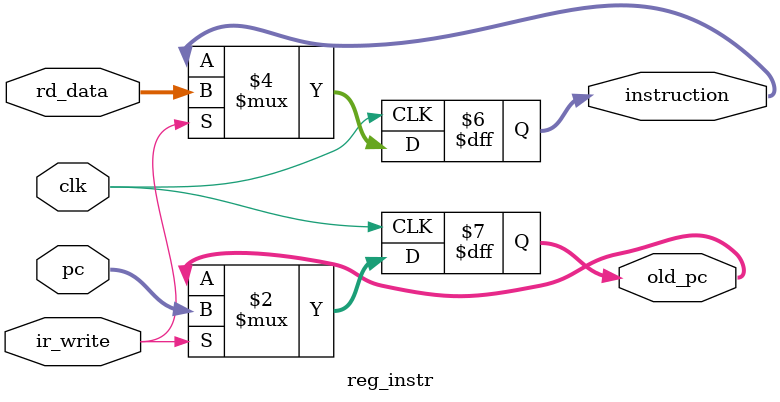
<source format=sv>
module reg_instr(rd_data, clk, instruction, ir_write, pc, old_pc);
    input logic [31:0]rd_data;
    input logic ir_write;  //FROM CONTROL UNIT
    input logic clk;
    input logic [31:0]pc;
    output logic [31:0]instruction;
    output logic [31:0]old_pc;
       
    always_ff @(posedge clk) begin  
        if (ir_write) begin
            instruction <= rd_data;
            old_pc <= pc;
        end
    end
endmodule

</source>
